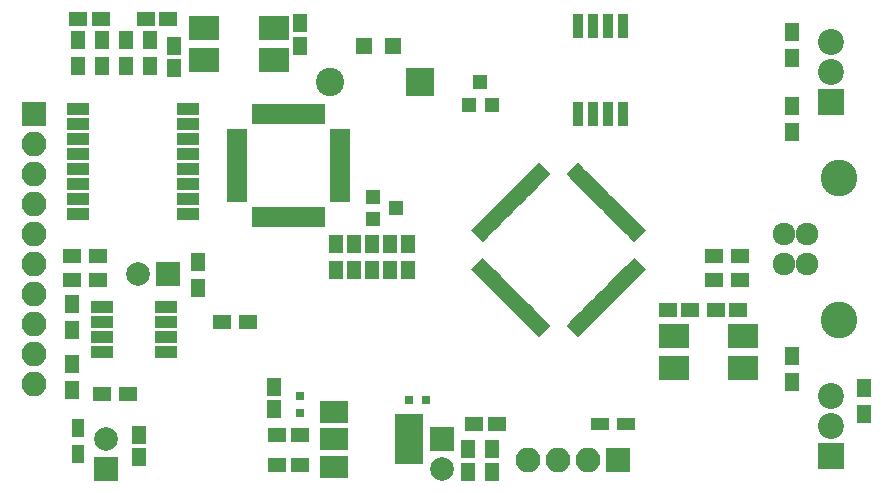
<source format=gbr>
G04 #@! TF.FileFunction,Soldermask,Bot*
%FSLAX46Y46*%
G04 Gerber Fmt 4.6, Leading zero omitted, Abs format (unit mm)*
G04 Created by KiCad (PCBNEW 4.0.7-e2-6376~58~ubuntu16.04.1) date Sat Oct 21 11:32:06 2017*
%MOMM*%
%LPD*%
G01*
G04 APERTURE LIST*
%ADD10C,0.100000*%
%ADD11R,2.400000X4.200000*%
%ADD12R,2.400000X1.900000*%
%ADD13R,2.400000X2.400000*%
%ADD14C,2.400000*%
%ADD15R,1.600000X1.150000*%
%ADD16R,1.150000X1.600000*%
%ADD17R,1.000000X1.500000*%
%ADD18R,0.750000X0.750000*%
%ADD19R,1.300000X1.200000*%
%ADD20R,1.500000X1.000000*%
%ADD21R,1.400000X1.400000*%
%ADD22R,2.200000X2.200000*%
%ADD23C,2.200000*%
%ADD24R,1.300000X1.600000*%
%ADD25R,1.600000X1.300000*%
%ADD26R,1.900000X1.000000*%
%ADD27R,1.950000X1.000000*%
%ADD28R,1.200000X1.300000*%
%ADD29C,1.920000*%
%ADD30C,3.100000*%
%ADD31R,2.100000X2.100000*%
%ADD32O,2.100000X2.100000*%
%ADD33R,2.000000X2.000000*%
%ADD34C,2.000000*%
%ADD35R,2.500000X2.100000*%
%ADD36R,0.950000X2.150000*%
%ADD37R,1.700000X0.650000*%
%ADD38R,0.650000X1.700000*%
G04 APERTURE END LIST*
D10*
G36*
X161330943Y-102736023D02*
X160871324Y-103195642D01*
X159881375Y-102205693D01*
X160340994Y-101746074D01*
X161330943Y-102736023D01*
X161330943Y-102736023D01*
G37*
G36*
X160977390Y-103089577D02*
X160517771Y-103549196D01*
X159527822Y-102559247D01*
X159987441Y-102099628D01*
X160977390Y-103089577D01*
X160977390Y-103089577D01*
G37*
G36*
X160623836Y-103443130D02*
X160164217Y-103902749D01*
X159174268Y-102912800D01*
X159633887Y-102453181D01*
X160623836Y-103443130D01*
X160623836Y-103443130D01*
G37*
G36*
X160270283Y-103796683D02*
X159810664Y-104256302D01*
X158820715Y-103266353D01*
X159280334Y-102806734D01*
X160270283Y-103796683D01*
X160270283Y-103796683D01*
G37*
G36*
X159916730Y-104150237D02*
X159457111Y-104609856D01*
X158467162Y-103619907D01*
X158926781Y-103160288D01*
X159916730Y-104150237D01*
X159916730Y-104150237D01*
G37*
G36*
X159563176Y-104503790D02*
X159103557Y-104963409D01*
X158113608Y-103973460D01*
X158573227Y-103513841D01*
X159563176Y-104503790D01*
X159563176Y-104503790D01*
G37*
G36*
X159209623Y-104857344D02*
X158750004Y-105316963D01*
X157760055Y-104327014D01*
X158219674Y-103867395D01*
X159209623Y-104857344D01*
X159209623Y-104857344D01*
G37*
G36*
X158856069Y-105210897D02*
X158396450Y-105670516D01*
X157406501Y-104680567D01*
X157866120Y-104220948D01*
X158856069Y-105210897D01*
X158856069Y-105210897D01*
G37*
G36*
X158502516Y-105564450D02*
X158042897Y-106024069D01*
X157052948Y-105034120D01*
X157512567Y-104574501D01*
X158502516Y-105564450D01*
X158502516Y-105564450D01*
G37*
G36*
X158148963Y-105918004D02*
X157689344Y-106377623D01*
X156699395Y-105387674D01*
X157159014Y-104928055D01*
X158148963Y-105918004D01*
X158148963Y-105918004D01*
G37*
G36*
X157795409Y-106271557D02*
X157335790Y-106731176D01*
X156345841Y-105741227D01*
X156805460Y-105281608D01*
X157795409Y-106271557D01*
X157795409Y-106271557D01*
G37*
G36*
X157441856Y-106625111D02*
X156982237Y-107084730D01*
X155992288Y-106094781D01*
X156451907Y-105635162D01*
X157441856Y-106625111D01*
X157441856Y-106625111D01*
G37*
G36*
X157088302Y-106978664D02*
X156628683Y-107438283D01*
X155638734Y-106448334D01*
X156098353Y-105988715D01*
X157088302Y-106978664D01*
X157088302Y-106978664D01*
G37*
G36*
X156734749Y-107332217D02*
X156275130Y-107791836D01*
X155285181Y-106801887D01*
X155744800Y-106342268D01*
X156734749Y-107332217D01*
X156734749Y-107332217D01*
G37*
G36*
X156381196Y-107685771D02*
X155921577Y-108145390D01*
X154931628Y-107155441D01*
X155391247Y-106695822D01*
X156381196Y-107685771D01*
X156381196Y-107685771D01*
G37*
G36*
X156027642Y-108039324D02*
X155568023Y-108498943D01*
X154578074Y-107508994D01*
X155037693Y-107049375D01*
X156027642Y-108039324D01*
X156027642Y-108039324D01*
G37*
G36*
X152279977Y-108498943D02*
X151820358Y-108039324D01*
X152810307Y-107049375D01*
X153269926Y-107508994D01*
X152279977Y-108498943D01*
X152279977Y-108498943D01*
G37*
G36*
X151926423Y-108145390D02*
X151466804Y-107685771D01*
X152456753Y-106695822D01*
X152916372Y-107155441D01*
X151926423Y-108145390D01*
X151926423Y-108145390D01*
G37*
G36*
X151572870Y-107791836D02*
X151113251Y-107332217D01*
X152103200Y-106342268D01*
X152562819Y-106801887D01*
X151572870Y-107791836D01*
X151572870Y-107791836D01*
G37*
G36*
X151219317Y-107438283D02*
X150759698Y-106978664D01*
X151749647Y-105988715D01*
X152209266Y-106448334D01*
X151219317Y-107438283D01*
X151219317Y-107438283D01*
G37*
G36*
X150865763Y-107084730D02*
X150406144Y-106625111D01*
X151396093Y-105635162D01*
X151855712Y-106094781D01*
X150865763Y-107084730D01*
X150865763Y-107084730D01*
G37*
G36*
X150512210Y-106731176D02*
X150052591Y-106271557D01*
X151042540Y-105281608D01*
X151502159Y-105741227D01*
X150512210Y-106731176D01*
X150512210Y-106731176D01*
G37*
G36*
X150158656Y-106377623D02*
X149699037Y-105918004D01*
X150688986Y-104928055D01*
X151148605Y-105387674D01*
X150158656Y-106377623D01*
X150158656Y-106377623D01*
G37*
G36*
X149805103Y-106024069D02*
X149345484Y-105564450D01*
X150335433Y-104574501D01*
X150795052Y-105034120D01*
X149805103Y-106024069D01*
X149805103Y-106024069D01*
G37*
G36*
X149451550Y-105670516D02*
X148991931Y-105210897D01*
X149981880Y-104220948D01*
X150441499Y-104680567D01*
X149451550Y-105670516D01*
X149451550Y-105670516D01*
G37*
G36*
X149097996Y-105316963D02*
X148638377Y-104857344D01*
X149628326Y-103867395D01*
X150087945Y-104327014D01*
X149097996Y-105316963D01*
X149097996Y-105316963D01*
G37*
G36*
X148744443Y-104963409D02*
X148284824Y-104503790D01*
X149274773Y-103513841D01*
X149734392Y-103973460D01*
X148744443Y-104963409D01*
X148744443Y-104963409D01*
G37*
G36*
X148390889Y-104609856D02*
X147931270Y-104150237D01*
X148921219Y-103160288D01*
X149380838Y-103619907D01*
X148390889Y-104609856D01*
X148390889Y-104609856D01*
G37*
G36*
X148037336Y-104256302D02*
X147577717Y-103796683D01*
X148567666Y-102806734D01*
X149027285Y-103266353D01*
X148037336Y-104256302D01*
X148037336Y-104256302D01*
G37*
G36*
X147683783Y-103902749D02*
X147224164Y-103443130D01*
X148214113Y-102453181D01*
X148673732Y-102912800D01*
X147683783Y-103902749D01*
X147683783Y-103902749D01*
G37*
G36*
X147330229Y-103549196D02*
X146870610Y-103089577D01*
X147860559Y-102099628D01*
X148320178Y-102559247D01*
X147330229Y-103549196D01*
X147330229Y-103549196D01*
G37*
G36*
X146976676Y-103195642D02*
X146517057Y-102736023D01*
X147507006Y-101746074D01*
X147966625Y-102205693D01*
X146976676Y-103195642D01*
X146976676Y-103195642D01*
G37*
G36*
X147966625Y-99978307D02*
X147507006Y-100437926D01*
X146517057Y-99447977D01*
X146976676Y-98988358D01*
X147966625Y-99978307D01*
X147966625Y-99978307D01*
G37*
G36*
X148320178Y-99624753D02*
X147860559Y-100084372D01*
X146870610Y-99094423D01*
X147330229Y-98634804D01*
X148320178Y-99624753D01*
X148320178Y-99624753D01*
G37*
G36*
X148673732Y-99271200D02*
X148214113Y-99730819D01*
X147224164Y-98740870D01*
X147683783Y-98281251D01*
X148673732Y-99271200D01*
X148673732Y-99271200D01*
G37*
G36*
X149027285Y-98917647D02*
X148567666Y-99377266D01*
X147577717Y-98387317D01*
X148037336Y-97927698D01*
X149027285Y-98917647D01*
X149027285Y-98917647D01*
G37*
G36*
X149380838Y-98564093D02*
X148921219Y-99023712D01*
X147931270Y-98033763D01*
X148390889Y-97574144D01*
X149380838Y-98564093D01*
X149380838Y-98564093D01*
G37*
G36*
X149734392Y-98210540D02*
X149274773Y-98670159D01*
X148284824Y-97680210D01*
X148744443Y-97220591D01*
X149734392Y-98210540D01*
X149734392Y-98210540D01*
G37*
G36*
X150087945Y-97856986D02*
X149628326Y-98316605D01*
X148638377Y-97326656D01*
X149097996Y-96867037D01*
X150087945Y-97856986D01*
X150087945Y-97856986D01*
G37*
G36*
X150441499Y-97503433D02*
X149981880Y-97963052D01*
X148991931Y-96973103D01*
X149451550Y-96513484D01*
X150441499Y-97503433D01*
X150441499Y-97503433D01*
G37*
G36*
X150795052Y-97149880D02*
X150335433Y-97609499D01*
X149345484Y-96619550D01*
X149805103Y-96159931D01*
X150795052Y-97149880D01*
X150795052Y-97149880D01*
G37*
G36*
X151148605Y-96796326D02*
X150688986Y-97255945D01*
X149699037Y-96265996D01*
X150158656Y-95806377D01*
X151148605Y-96796326D01*
X151148605Y-96796326D01*
G37*
G36*
X151502159Y-96442773D02*
X151042540Y-96902392D01*
X150052591Y-95912443D01*
X150512210Y-95452824D01*
X151502159Y-96442773D01*
X151502159Y-96442773D01*
G37*
G36*
X151855712Y-96089219D02*
X151396093Y-96548838D01*
X150406144Y-95558889D01*
X150865763Y-95099270D01*
X151855712Y-96089219D01*
X151855712Y-96089219D01*
G37*
G36*
X152209266Y-95735666D02*
X151749647Y-96195285D01*
X150759698Y-95205336D01*
X151219317Y-94745717D01*
X152209266Y-95735666D01*
X152209266Y-95735666D01*
G37*
G36*
X152562819Y-95382113D02*
X152103200Y-95841732D01*
X151113251Y-94851783D01*
X151572870Y-94392164D01*
X152562819Y-95382113D01*
X152562819Y-95382113D01*
G37*
G36*
X152916372Y-95028559D02*
X152456753Y-95488178D01*
X151466804Y-94498229D01*
X151926423Y-94038610D01*
X152916372Y-95028559D01*
X152916372Y-95028559D01*
G37*
G36*
X153269926Y-94675006D02*
X152810307Y-95134625D01*
X151820358Y-94144676D01*
X152279977Y-93685057D01*
X153269926Y-94675006D01*
X153269926Y-94675006D01*
G37*
G36*
X155037693Y-95134625D02*
X154578074Y-94675006D01*
X155568023Y-93685057D01*
X156027642Y-94144676D01*
X155037693Y-95134625D01*
X155037693Y-95134625D01*
G37*
G36*
X155391247Y-95488178D02*
X154931628Y-95028559D01*
X155921577Y-94038610D01*
X156381196Y-94498229D01*
X155391247Y-95488178D01*
X155391247Y-95488178D01*
G37*
G36*
X155744800Y-95841732D02*
X155285181Y-95382113D01*
X156275130Y-94392164D01*
X156734749Y-94851783D01*
X155744800Y-95841732D01*
X155744800Y-95841732D01*
G37*
G36*
X156098353Y-96195285D02*
X155638734Y-95735666D01*
X156628683Y-94745717D01*
X157088302Y-95205336D01*
X156098353Y-96195285D01*
X156098353Y-96195285D01*
G37*
G36*
X156451907Y-96548838D02*
X155992288Y-96089219D01*
X156982237Y-95099270D01*
X157441856Y-95558889D01*
X156451907Y-96548838D01*
X156451907Y-96548838D01*
G37*
G36*
X156805460Y-96902392D02*
X156345841Y-96442773D01*
X157335790Y-95452824D01*
X157795409Y-95912443D01*
X156805460Y-96902392D01*
X156805460Y-96902392D01*
G37*
G36*
X157159014Y-97255945D02*
X156699395Y-96796326D01*
X157689344Y-95806377D01*
X158148963Y-96265996D01*
X157159014Y-97255945D01*
X157159014Y-97255945D01*
G37*
G36*
X157512567Y-97609499D02*
X157052948Y-97149880D01*
X158042897Y-96159931D01*
X158502516Y-96619550D01*
X157512567Y-97609499D01*
X157512567Y-97609499D01*
G37*
G36*
X157866120Y-97963052D02*
X157406501Y-97503433D01*
X158396450Y-96513484D01*
X158856069Y-96973103D01*
X157866120Y-97963052D01*
X157866120Y-97963052D01*
G37*
G36*
X158219674Y-98316605D02*
X157760055Y-97856986D01*
X158750004Y-96867037D01*
X159209623Y-97326656D01*
X158219674Y-98316605D01*
X158219674Y-98316605D01*
G37*
G36*
X158573227Y-98670159D02*
X158113608Y-98210540D01*
X159103557Y-97220591D01*
X159563176Y-97680210D01*
X158573227Y-98670159D01*
X158573227Y-98670159D01*
G37*
G36*
X158926781Y-99023712D02*
X158467162Y-98564093D01*
X159457111Y-97574144D01*
X159916730Y-98033763D01*
X158926781Y-99023712D01*
X158926781Y-99023712D01*
G37*
G36*
X159280334Y-99377266D02*
X158820715Y-98917647D01*
X159810664Y-97927698D01*
X160270283Y-98387317D01*
X159280334Y-99377266D01*
X159280334Y-99377266D01*
G37*
G36*
X159633887Y-99730819D02*
X159174268Y-99271200D01*
X160164217Y-98281251D01*
X160623836Y-98740870D01*
X159633887Y-99730819D01*
X159633887Y-99730819D01*
G37*
G36*
X159987441Y-100084372D02*
X159527822Y-99624753D01*
X160517771Y-98634804D01*
X160977390Y-99094423D01*
X159987441Y-100084372D01*
X159987441Y-100084372D01*
G37*
G36*
X160340994Y-100437926D02*
X159881375Y-99978307D01*
X160871324Y-98988358D01*
X161330943Y-99447977D01*
X160340994Y-100437926D01*
X160340994Y-100437926D01*
G37*
D11*
X141252000Y-117152000D03*
D12*
X134952000Y-117152000D03*
X134952000Y-114852000D03*
X134952000Y-119452000D03*
D13*
X142220000Y-86868000D03*
D14*
X134620000Y-86868000D03*
D15*
X120904000Y-81534000D03*
X119004000Y-81534000D03*
D16*
X118458000Y-118652000D03*
X118458000Y-116752000D03*
D15*
X113289000Y-81534000D03*
X115189000Y-81534000D03*
D16*
X129872000Y-112712000D03*
X129872000Y-114612000D03*
D15*
X132042000Y-116752000D03*
X130142000Y-116752000D03*
X132042000Y-119292000D03*
X130142000Y-119292000D03*
D16*
X146304000Y-117988000D03*
X146304000Y-119888000D03*
X148336000Y-117988000D03*
X148336000Y-119888000D03*
D15*
X146812000Y-115824000D03*
X148712000Y-115824000D03*
X169164000Y-106172000D03*
X167264000Y-106172000D03*
X163200000Y-106172000D03*
X165100000Y-106172000D03*
D17*
X113284000Y-116164000D03*
X113284000Y-118364000D03*
D18*
X132080000Y-113487000D03*
X132080000Y-114937000D03*
D19*
X138208000Y-98486000D03*
X138208000Y-96586000D03*
X140208000Y-97536000D03*
D18*
X142748000Y-113792000D03*
X141298000Y-113792000D03*
D20*
X159680000Y-115824000D03*
X157480000Y-115824000D03*
D21*
X139934000Y-83820000D03*
X137434000Y-83820000D03*
D22*
X177000000Y-118540000D03*
D23*
X177000000Y-116000000D03*
X177000000Y-113460000D03*
D22*
X177000000Y-88540000D03*
D23*
X177000000Y-86000000D03*
X177000000Y-83460000D03*
D24*
X119380000Y-85512000D03*
X119380000Y-83312000D03*
X117348000Y-85512000D03*
X117348000Y-83312000D03*
X115316000Y-85512000D03*
X115316000Y-83312000D03*
X113284000Y-85512000D03*
X113284000Y-83312000D03*
X123444000Y-104308000D03*
X123444000Y-102108000D03*
X173736000Y-110068000D03*
X173736000Y-112268000D03*
D25*
X114976000Y-103632000D03*
X112776000Y-103632000D03*
X112776000Y-101600000D03*
X114976000Y-101600000D03*
D24*
X141224000Y-102784000D03*
X141224000Y-100584000D03*
X136652000Y-102784000D03*
X136652000Y-100584000D03*
X139700000Y-102784000D03*
X139700000Y-100584000D03*
X138176000Y-102784000D03*
X138176000Y-100584000D03*
X135128000Y-102784000D03*
X135128000Y-100584000D03*
X179832000Y-114976000D03*
X179832000Y-112776000D03*
D25*
X169332000Y-103632000D03*
X167132000Y-103632000D03*
D24*
X173736000Y-84836000D03*
X173736000Y-82636000D03*
X173736000Y-91100000D03*
X173736000Y-88900000D03*
D25*
X169332000Y-101600000D03*
X167132000Y-101600000D03*
X117516000Y-113284000D03*
X115316000Y-113284000D03*
X127676000Y-107188000D03*
X125476000Y-107188000D03*
D24*
X112776000Y-107864000D03*
X112776000Y-105664000D03*
X112776000Y-110744000D03*
X112776000Y-112944000D03*
D26*
X122584000Y-89154000D03*
X122584000Y-90424000D03*
X122584000Y-91694000D03*
X122584000Y-92964000D03*
X122584000Y-94234000D03*
X122584000Y-95504000D03*
X122584000Y-96774000D03*
X122584000Y-98044000D03*
X113284000Y-98044000D03*
X113284000Y-96774000D03*
X113284000Y-95504000D03*
X113284000Y-94234000D03*
X113284000Y-92964000D03*
X113284000Y-91694000D03*
X113284000Y-90424000D03*
X113284000Y-89154000D03*
D27*
X120716000Y-105918000D03*
X120716000Y-107188000D03*
X120716000Y-108458000D03*
X120716000Y-109728000D03*
X115316000Y-109728000D03*
X115316000Y-108458000D03*
X115316000Y-107188000D03*
X115316000Y-105918000D03*
D28*
X148270000Y-88868000D03*
X146370000Y-88868000D03*
X147320000Y-86868000D03*
D29*
X173000000Y-102290000D03*
X173000000Y-99750000D03*
X175000000Y-99750000D03*
X175000000Y-102290000D03*
D30*
X177700000Y-107020000D03*
X177700000Y-95020000D03*
D31*
X159004000Y-118872000D03*
D32*
X156464000Y-118872000D03*
X153924000Y-118872000D03*
X151384000Y-118872000D03*
D31*
X109500000Y-89600000D03*
D32*
X109500000Y-92140000D03*
X109500000Y-94680000D03*
X109500000Y-97220000D03*
X109500000Y-99760000D03*
X109500000Y-102300000D03*
X109500000Y-104840000D03*
X109500000Y-107380000D03*
X109500000Y-109920000D03*
X109500000Y-112460000D03*
D33*
X115648000Y-119652000D03*
D34*
X115648000Y-117152000D03*
D33*
X144112000Y-117152000D03*
D34*
X144112000Y-119652000D03*
D16*
X121412000Y-85720000D03*
X121412000Y-83820000D03*
X132080000Y-83820000D03*
X132080000Y-81920000D03*
D35*
X123952000Y-82296000D03*
X129852000Y-82296000D03*
X129852000Y-84996000D03*
X123952000Y-84996000D03*
X169574000Y-111078000D03*
X163674000Y-111078000D03*
X163674000Y-108378000D03*
X169574000Y-108378000D03*
D36*
X155575000Y-82152000D03*
X156845000Y-82152000D03*
X158115000Y-82152000D03*
X159385000Y-82152000D03*
X159385000Y-89552000D03*
X158115000Y-89552000D03*
X156845000Y-89552000D03*
X155575000Y-89552000D03*
D33*
X120864000Y-103124000D03*
D34*
X118364000Y-103124000D03*
D37*
X135414000Y-91230000D03*
X135414000Y-91730000D03*
X135414000Y-92230000D03*
X135414000Y-92730000D03*
X135414000Y-93230000D03*
X135414000Y-93730000D03*
X135414000Y-94230000D03*
X135414000Y-94730000D03*
X135414000Y-95230000D03*
X135414000Y-95730000D03*
X135414000Y-96230000D03*
X135414000Y-96730000D03*
D38*
X133814000Y-98330000D03*
X133314000Y-98330000D03*
X132814000Y-98330000D03*
X132314000Y-98330000D03*
X131814000Y-98330000D03*
X131314000Y-98330000D03*
X130814000Y-98330000D03*
X130314000Y-98330000D03*
X129814000Y-98330000D03*
X129314000Y-98330000D03*
X128814000Y-98330000D03*
X128314000Y-98330000D03*
D37*
X126714000Y-96730000D03*
X126714000Y-96230000D03*
X126714000Y-95730000D03*
X126714000Y-95230000D03*
X126714000Y-94730000D03*
X126714000Y-94230000D03*
X126714000Y-93730000D03*
X126714000Y-93230000D03*
X126714000Y-92730000D03*
X126714000Y-92230000D03*
X126714000Y-91730000D03*
X126714000Y-91230000D03*
D38*
X128314000Y-89630000D03*
X128814000Y-89630000D03*
X129314000Y-89630000D03*
X129814000Y-89630000D03*
X130314000Y-89630000D03*
X130814000Y-89630000D03*
X131314000Y-89630000D03*
X131814000Y-89630000D03*
X132314000Y-89630000D03*
X132814000Y-89630000D03*
X133314000Y-89630000D03*
X133814000Y-89630000D03*
M02*

</source>
